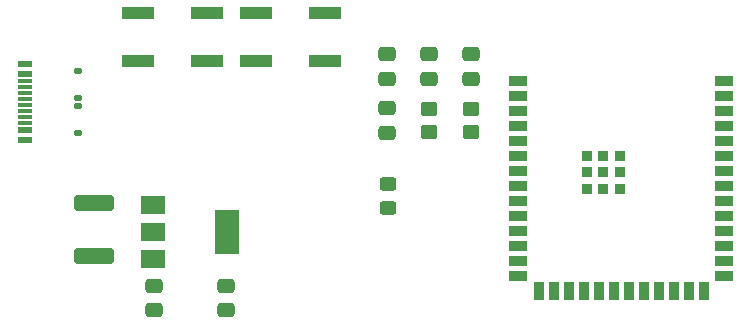
<source format=gbr>
%TF.GenerationSoftware,KiCad,Pcbnew,6.0.9+dfsg-1~bpo11+1*%
%TF.CreationDate,2022-12-30T22:29:48-06:00*%
%TF.ProjectId,Modular,4d6f6475-6c61-4722-9e6b-696361645f70,rev?*%
%TF.SameCoordinates,Original*%
%TF.FileFunction,Paste,Top*%
%TF.FilePolarity,Positive*%
%FSLAX46Y46*%
G04 Gerber Fmt 4.6, Leading zero omitted, Abs format (unit mm)*
G04 Created by KiCad (PCBNEW 6.0.9+dfsg-1~bpo11+1) date 2022-12-30 22:29:48*
%MOMM*%
%LPD*%
G01*
G04 APERTURE LIST*
G04 Aperture macros list*
%AMRoundRect*
0 Rectangle with rounded corners*
0 $1 Rounding radius*
0 $2 $3 $4 $5 $6 $7 $8 $9 X,Y pos of 4 corners*
0 Add a 4 corners polygon primitive as box body*
4,1,4,$2,$3,$4,$5,$6,$7,$8,$9,$2,$3,0*
0 Add four circle primitives for the rounded corners*
1,1,$1+$1,$2,$3*
1,1,$1+$1,$4,$5*
1,1,$1+$1,$6,$7*
1,1,$1+$1,$8,$9*
0 Add four rect primitives between the rounded corners*
20,1,$1+$1,$2,$3,$4,$5,0*
20,1,$1+$1,$4,$5,$6,$7,0*
20,1,$1+$1,$6,$7,$8,$9,0*
20,1,$1+$1,$8,$9,$2,$3,0*%
G04 Aperture macros list end*
%ADD10R,2.800000X1.000000*%
%ADD11R,1.500000X0.900000*%
%ADD12R,0.900000X1.500000*%
%ADD13R,0.900000X0.900000*%
%ADD14R,2.000000X1.500000*%
%ADD15R,2.000000X3.800000*%
%ADD16RoundRect,0.250000X0.450000X-0.350000X0.450000X0.350000X-0.450000X0.350000X-0.450000X-0.350000X0*%
%ADD17R,1.160000X0.600000*%
%ADD18R,1.160000X0.300000*%
%ADD19RoundRect,0.125000X-0.175000X0.125000X-0.175000X-0.125000X0.175000X-0.125000X0.175000X0.125000X0*%
%ADD20RoundRect,0.250000X-1.450000X0.400000X-1.450000X-0.400000X1.450000X-0.400000X1.450000X0.400000X0*%
%ADD21RoundRect,0.250000X0.475000X-0.337500X0.475000X0.337500X-0.475000X0.337500X-0.475000X-0.337500X0*%
%ADD22RoundRect,0.250000X-0.475000X0.337500X-0.475000X-0.337500X0.475000X-0.337500X0.475000X0.337500X0*%
%ADD23RoundRect,0.250000X0.450000X-0.325000X0.450000X0.325000X-0.450000X0.325000X-0.450000X-0.325000X0*%
%ADD24RoundRect,0.125000X0.175000X-0.125000X0.175000X0.125000X-0.175000X0.125000X-0.175000X-0.125000X0*%
G04 APERTURE END LIST*
D10*
%TO.C,RST1*%
X114900000Y-112000000D03*
X109100000Y-112000000D03*
X114900000Y-108000000D03*
X109100000Y-108000000D03*
%TD*%
D11*
%TO.C,U1*%
X131250000Y-113740000D03*
X131250000Y-115010000D03*
X131250000Y-116280000D03*
X131250000Y-117550000D03*
X131250000Y-118820000D03*
X131250000Y-120090000D03*
X131250000Y-121360000D03*
X131250000Y-122630000D03*
X131250000Y-123900000D03*
X131250000Y-125170000D03*
X131250000Y-126440000D03*
X131250000Y-127710000D03*
X131250000Y-128980000D03*
X131250000Y-130250000D03*
D12*
X133015000Y-131500000D03*
X134285000Y-131500000D03*
X135555000Y-131500000D03*
X136825000Y-131500000D03*
X138095000Y-131500000D03*
X139365000Y-131500000D03*
X140635000Y-131500000D03*
X141905000Y-131500000D03*
X143175000Y-131500000D03*
X144445000Y-131500000D03*
X145715000Y-131500000D03*
X146985000Y-131500000D03*
D11*
X148750000Y-130250000D03*
X148750000Y-128980000D03*
X148750000Y-127710000D03*
X148750000Y-126440000D03*
X148750000Y-125170000D03*
X148750000Y-123900000D03*
X148750000Y-122630000D03*
X148750000Y-121360000D03*
X148750000Y-120090000D03*
X148750000Y-118820000D03*
X148750000Y-117550000D03*
X148750000Y-116280000D03*
X148750000Y-115010000D03*
X148750000Y-113740000D03*
D13*
X137100000Y-120060000D03*
X139900000Y-120060000D03*
X137100000Y-121460000D03*
X138500000Y-121460000D03*
X137100000Y-122860000D03*
X138500000Y-122860000D03*
X139900000Y-122860000D03*
X138500000Y-120060000D03*
X139900000Y-121460000D03*
%TD*%
D14*
%TO.C,U2*%
X100350000Y-124200000D03*
X100350000Y-126500000D03*
D15*
X106650000Y-126500000D03*
D14*
X100350000Y-128800000D03*
%TD*%
D16*
%TO.C,R1*%
X127300000Y-118080000D03*
X127300000Y-116080000D03*
%TD*%
D10*
%TO.C,BOOT1*%
X104900000Y-112000000D03*
X99100000Y-112000000D03*
X99100000Y-108000000D03*
X104900000Y-108000000D03*
%TD*%
D17*
%TO.C,P1*%
X89510000Y-112300000D03*
X89510000Y-113100000D03*
D18*
X89510000Y-114250000D03*
X89510000Y-115250000D03*
X89510000Y-115750000D03*
X89510000Y-116750000D03*
D17*
X89510000Y-117900000D03*
X89510000Y-118700000D03*
X89510000Y-118700000D03*
X89510000Y-117900000D03*
D18*
X89510000Y-117250000D03*
X89510000Y-116250000D03*
X89510000Y-114750000D03*
X89510000Y-113750000D03*
D17*
X89510000Y-113100000D03*
X89510000Y-112300000D03*
%TD*%
D19*
%TO.C,D2*%
X94000000Y-115850000D03*
X94000000Y-118150000D03*
%TD*%
D20*
%TO.C,F1*%
X95350000Y-124075000D03*
X95350000Y-128525000D03*
%TD*%
D21*
%TO.C,C3*%
X120188000Y-113537500D03*
X120188000Y-111462500D03*
%TD*%
D22*
%TO.C,C6*%
X106548000Y-131050500D03*
X106548000Y-133125500D03*
%TD*%
%TO.C,C5*%
X100452000Y-131072000D03*
X100452000Y-133147000D03*
%TD*%
D23*
%TO.C,D3*%
X120250000Y-124525000D03*
X120250000Y-122475000D03*
%TD*%
D22*
%TO.C,C4*%
X120188000Y-116026500D03*
X120188000Y-118101500D03*
%TD*%
D24*
%TO.C,D1*%
X94000000Y-115150000D03*
X94000000Y-112850000D03*
%TD*%
D21*
%TO.C,C1*%
X127300000Y-113537500D03*
X127300000Y-111462500D03*
%TD*%
%TO.C,C2*%
X123744000Y-113537500D03*
X123744000Y-111462500D03*
%TD*%
D16*
%TO.C,R2*%
X123744000Y-118064000D03*
X123744000Y-116064000D03*
%TD*%
M02*

</source>
